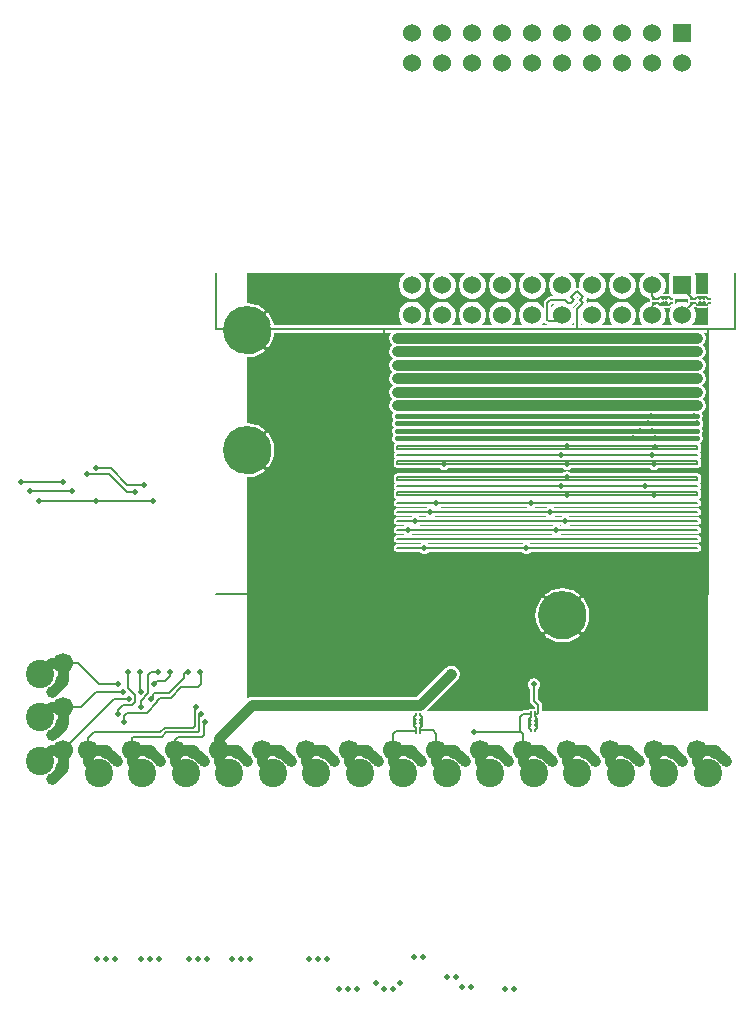
<source format=gbr>
G04 start of page 4 for group 2 idx 13 *
G04 Title: (unknown), jump *
G04 Creator: pcb 4.2.0 *
G04 CreationDate: Thu Sep 17 07:54:02 2020 UTC *
G04 For: commonadmin *
G04 Format: Gerber/RS-274X *
G04 PCB-Dimensions (mil): 3500.00 4250.00 *
G04 PCB-Coordinate-Origin: lower left *
%MOIN*%
%FSLAX25Y25*%
%LNBOTTOM*%
%ADD49C,0.0380*%
%ADD48C,0.0295*%
%ADD47C,0.0492*%
%ADD46C,0.0787*%
%ADD45C,0.0197*%
%ADD44C,0.0100*%
%ADD43C,0.1181*%
%ADD42C,0.0250*%
%ADD41C,0.1600*%
%ADD40C,0.0600*%
%ADD39C,0.0200*%
%ADD38C,0.0472*%
%ADD37C,0.0669*%
%ADD36C,0.0945*%
%ADD35C,0.0394*%
%ADD34C,0.0350*%
%ADD33C,0.0150*%
%ADD32C,0.0060*%
%ADD31C,0.0001*%
G54D31*G36*
X242583Y192539D02*X242615Y192453D01*
X242803Y191766D01*
X242929Y191065D01*
X242992Y190356D01*
Y189644D01*
X242929Y188935D01*
X242803Y188234D01*
X242615Y187547D01*
X242583Y187461D01*
Y192539D01*
G37*
G36*
X280831Y242500D02*X280922Y242578D01*
X281055Y242734D01*
X281162Y242908D01*
X281240Y243097D01*
X281288Y243296D01*
X281304Y243500D01*
X281288Y243704D01*
X281240Y243903D01*
X281162Y244092D01*
X281055Y244266D01*
X280922Y244422D01*
X280831Y244500D01*
X280922Y244578D01*
X281055Y244734D01*
X281162Y244908D01*
X281240Y245097D01*
X281288Y245296D01*
X281304Y245500D01*
X281300Y245551D01*
Y246449D01*
X281304Y246500D01*
X281288Y246704D01*
X281240Y246903D01*
X281162Y247092D01*
X281055Y247266D01*
X280922Y247422D01*
X280860Y247475D01*
X281032Y247580D01*
X281241Y247759D01*
X281420Y247968D01*
X281564Y248203D01*
X281669Y248458D01*
X281734Y248725D01*
X281755Y249000D01*
X281734Y249275D01*
X281669Y249542D01*
X281564Y249797D01*
X281420Y250032D01*
X281241Y250241D01*
X281231Y250250D01*
X281241Y250259D01*
X281420Y250468D01*
X281564Y250703D01*
X281669Y250958D01*
X281734Y251225D01*
X281755Y251500D01*
X281734Y251775D01*
X281669Y252042D01*
X281564Y252297D01*
X281420Y252532D01*
X281395Y252561D01*
X281419Y252581D01*
X281623Y252821D01*
X281788Y253089D01*
X281908Y253380D01*
X281981Y253686D01*
X282000Y254000D01*
X281981Y254314D01*
X281908Y254620D01*
X281788Y254911D01*
X281623Y255179D01*
X281419Y255419D01*
X281395Y255439D01*
X281420Y255468D01*
X281564Y255703D01*
X281669Y255958D01*
X281734Y256225D01*
X281755Y256500D01*
X281734Y256775D01*
X281669Y257042D01*
X281564Y257297D01*
X281420Y257532D01*
X281357Y257606D01*
X281621Y257768D01*
X281951Y258049D01*
X282232Y258379D01*
X282458Y258748D01*
X282623Y259148D01*
X282725Y259568D01*
X282758Y260000D01*
X282725Y260432D01*
X282623Y260852D01*
X282458Y261252D01*
X282232Y261621D01*
X281951Y261951D01*
X281621Y262232D01*
X281591Y262250D01*
X281621Y262268D01*
X281951Y262549D01*
X282232Y262879D01*
X282458Y263248D01*
X282623Y263648D01*
X282725Y264068D01*
X282758Y264500D01*
X282725Y264932D01*
X282623Y265352D01*
X282458Y265752D01*
X282232Y266121D01*
X281951Y266451D01*
X281621Y266732D01*
X281591Y266750D01*
X281621Y266768D01*
X281951Y267049D01*
X282232Y267379D01*
X282458Y267748D01*
X282623Y268148D01*
X282725Y268568D01*
X282758Y269000D01*
X282725Y269432D01*
X282623Y269852D01*
X282458Y270252D01*
X282232Y270621D01*
X281951Y270951D01*
X281621Y271232D01*
X281591Y271250D01*
X281621Y271268D01*
X281951Y271549D01*
X282232Y271879D01*
X282458Y272248D01*
X282623Y272648D01*
X282725Y273068D01*
X282758Y273500D01*
X282725Y273932D01*
X282623Y274352D01*
X282458Y274752D01*
X282232Y275121D01*
X281951Y275451D01*
X281621Y275732D01*
X281591Y275750D01*
X281621Y275768D01*
X281951Y276049D01*
X282232Y276379D01*
X282458Y276748D01*
X282623Y277148D01*
X282725Y277568D01*
X282758Y278000D01*
X282725Y278432D01*
X282623Y278852D01*
X282458Y279252D01*
X282232Y279621D01*
X281951Y279951D01*
X281621Y280232D01*
X281591Y280250D01*
X281621Y280268D01*
X281951Y280549D01*
X282232Y280879D01*
X282458Y281248D01*
X282623Y281648D01*
X282725Y282068D01*
X282758Y282500D01*
X282725Y282932D01*
X282623Y283352D01*
X282458Y283752D01*
X282232Y284121D01*
X282165Y284200D01*
X283500D01*
Y158000D01*
X242583D01*
Y185141D01*
X242950Y185763D01*
X243295Y186486D01*
X243575Y187238D01*
X243787Y188011D01*
X243929Y188800D01*
X244000Y189599D01*
Y190401D01*
X243929Y191200D01*
X243787Y191989D01*
X243575Y192762D01*
X243295Y193514D01*
X242950Y194237D01*
X242583Y194859D01*
Y211200D01*
X280000D01*
X280204Y211212D01*
X280403Y211260D01*
X280592Y211338D01*
X280766Y211445D01*
X280922Y211578D01*
X281055Y211734D01*
X281162Y211908D01*
X281240Y212097D01*
X281288Y212296D01*
X281304Y212500D01*
X281288Y212704D01*
X281240Y212903D01*
X281162Y213092D01*
X281055Y213266D01*
X280922Y213422D01*
X280766Y213555D01*
X280592Y213662D01*
X280403Y213740D01*
X280204Y213788D01*
X280000Y213800D01*
X242583D01*
Y214200D01*
X280000D01*
X280204Y214212D01*
X280403Y214260D01*
X280592Y214338D01*
X280766Y214445D01*
X280922Y214578D01*
X281055Y214734D01*
X281162Y214908D01*
X281240Y215097D01*
X281288Y215296D01*
X281304Y215500D01*
X281288Y215704D01*
X281240Y215903D01*
X281162Y216092D01*
X281055Y216266D01*
X280922Y216422D01*
X280766Y216555D01*
X280592Y216662D01*
X280403Y216740D01*
X280204Y216788D01*
X280000Y216800D01*
X242583D01*
Y217200D01*
X280000D01*
X280204Y217212D01*
X280403Y217260D01*
X280592Y217338D01*
X280766Y217445D01*
X280922Y217578D01*
X281055Y217734D01*
X281162Y217908D01*
X281240Y218097D01*
X281288Y218296D01*
X281304Y218500D01*
X281288Y218704D01*
X281240Y218903D01*
X281162Y219092D01*
X281055Y219266D01*
X280922Y219422D01*
X280766Y219555D01*
X280592Y219662D01*
X280403Y219740D01*
X280204Y219788D01*
X280000Y219800D01*
X242583D01*
Y220200D01*
X280000D01*
X280204Y220212D01*
X280403Y220260D01*
X280592Y220338D01*
X280766Y220445D01*
X280922Y220578D01*
X281055Y220734D01*
X281162Y220908D01*
X281240Y221097D01*
X281288Y221296D01*
X281304Y221500D01*
X281288Y221704D01*
X281240Y221903D01*
X281162Y222092D01*
X281055Y222266D01*
X280922Y222422D01*
X280766Y222555D01*
X280592Y222662D01*
X280403Y222740D01*
X280204Y222788D01*
X280000Y222800D01*
X242583D01*
Y223200D01*
X280000D01*
X280204Y223212D01*
X280403Y223260D01*
X280592Y223338D01*
X280766Y223445D01*
X280922Y223578D01*
X281055Y223734D01*
X281162Y223908D01*
X281240Y224097D01*
X281288Y224296D01*
X281304Y224500D01*
X281288Y224704D01*
X281240Y224903D01*
X281162Y225092D01*
X281055Y225266D01*
X280922Y225422D01*
X280766Y225555D01*
X280592Y225662D01*
X280403Y225740D01*
X280204Y225788D01*
X280000Y225800D01*
X242583D01*
Y226200D01*
X280000D01*
X280204Y226212D01*
X280403Y226260D01*
X280592Y226338D01*
X280766Y226445D01*
X280922Y226578D01*
X281055Y226734D01*
X281162Y226908D01*
X281240Y227097D01*
X281288Y227296D01*
X281304Y227500D01*
X281288Y227704D01*
X281240Y227903D01*
X281162Y228092D01*
X281055Y228266D01*
X280922Y228422D01*
X280766Y228555D01*
X280592Y228662D01*
X280403Y228740D01*
X280362Y228750D01*
X280403Y228760D01*
X280592Y228838D01*
X280766Y228945D01*
X280922Y229078D01*
X281055Y229234D01*
X281162Y229408D01*
X281240Y229597D01*
X281288Y229796D01*
X281304Y230000D01*
X281300Y230051D01*
Y230949D01*
X281304Y231000D01*
X281288Y231204D01*
X281240Y231403D01*
X281162Y231592D01*
X281055Y231766D01*
X280922Y231922D01*
X280831Y232000D01*
X280922Y232078D01*
X281055Y232234D01*
X281162Y232408D01*
X281240Y232597D01*
X281288Y232796D01*
X281304Y233000D01*
X281288Y233204D01*
X281240Y233403D01*
X281162Y233592D01*
X281055Y233766D01*
X280922Y233922D01*
X280831Y234000D01*
X280922Y234078D01*
X281055Y234234D01*
X281162Y234408D01*
X281240Y234597D01*
X281288Y234796D01*
X281304Y235000D01*
X281300Y235051D01*
Y235949D01*
X281304Y236000D01*
X281288Y236204D01*
X281240Y236403D01*
X281162Y236592D01*
X281055Y236766D01*
X280922Y236922D01*
X280766Y237055D01*
X280592Y237162D01*
X280403Y237240D01*
X280204Y237288D01*
X280000Y237304D01*
X279949Y237300D01*
X242583D01*
Y239200D01*
X263980D01*
X264081Y239081D01*
X264321Y238877D01*
X264589Y238712D01*
X264880Y238592D01*
X265186Y238519D01*
X265500Y238494D01*
X265814Y238519D01*
X266120Y238592D01*
X266411Y238712D01*
X266679Y238877D01*
X266919Y239081D01*
X267020Y239200D01*
X279949D01*
X280000Y239196D01*
X280204Y239212D01*
X280403Y239260D01*
X280592Y239338D01*
X280766Y239445D01*
X280922Y239578D01*
X281055Y239734D01*
X281162Y239908D01*
X281240Y240097D01*
X281288Y240296D01*
X281304Y240500D01*
X281300Y240551D01*
Y241449D01*
X281304Y241500D01*
X281288Y241704D01*
X281240Y241903D01*
X281162Y242092D01*
X281055Y242266D01*
X280922Y242422D01*
X280831Y242500D01*
G37*
G36*
X242583Y237300D02*X238020D01*
X237919Y237419D01*
X237679Y237623D01*
X237411Y237788D01*
X237120Y237908D01*
X236814Y237981D01*
X236500Y238006D01*
X236186Y237981D01*
X235880Y237908D01*
X235589Y237788D01*
X235321Y237623D01*
X235081Y237419D01*
X234980Y237300D01*
X230000D01*
Y239200D01*
X234980D01*
X235081Y239081D01*
X235321Y238877D01*
X235589Y238712D01*
X235880Y238592D01*
X236186Y238519D01*
X236500Y238494D01*
X236814Y238519D01*
X237120Y238592D01*
X237411Y238712D01*
X237679Y238877D01*
X237919Y239081D01*
X238020Y239200D01*
X242583D01*
Y237300D01*
G37*
G36*
Y225800D02*X232520D01*
X232419Y225919D01*
X232179Y226123D01*
X232054Y226200D01*
X242583D01*
Y225800D01*
G37*
G36*
Y222800D02*X237520D01*
X237419Y222919D01*
X237179Y223123D01*
X237054Y223200D01*
X242583D01*
Y222800D01*
G37*
G36*
Y219800D02*X237054D01*
X237179Y219877D01*
X237419Y220081D01*
X237520Y220200D01*
X242583D01*
Y219800D01*
G37*
G36*
Y216800D02*X234054D01*
X234179Y216877D01*
X234419Y217081D01*
X234520Y217200D01*
X242583D01*
Y216800D01*
G37*
G36*
Y213800D02*X230000D01*
Y214200D01*
X242583D01*
Y213800D01*
G37*
G36*
Y158000D02*X230000D01*
Y182511D01*
X230073Y182458D01*
X230763Y182050D01*
X231486Y181705D01*
X232238Y181425D01*
X233011Y181213D01*
X233800Y181071D01*
X234599Y181000D01*
X235401D01*
X236200Y181071D01*
X236989Y181213D01*
X237762Y181425D01*
X238514Y181705D01*
X239237Y182050D01*
X239927Y182458D01*
X240579Y182926D01*
X240638Y182980D01*
X240687Y183043D01*
X240726Y183112D01*
X240754Y183187D01*
X240769Y183266D01*
X240772Y183346D01*
X240763Y183425D01*
X240741Y183502D01*
X240708Y183575D01*
X240663Y183641D01*
X240609Y183700D01*
X240546Y183749D01*
X240477Y183788D01*
X240402Y183816D01*
X240323Y183832D01*
X240243Y183835D01*
X240164Y183825D01*
X240087Y183804D01*
X240014Y183770D01*
X239949Y183724D01*
X239376Y183303D01*
X238763Y182940D01*
X238120Y182634D01*
X237453Y182385D01*
X236766Y182197D01*
X236065Y182071D01*
X235356Y182008D01*
X234644D01*
X233935Y182071D01*
X233234Y182197D01*
X232547Y182385D01*
X231880Y182634D01*
X231237Y182940D01*
X230624Y183303D01*
X230046Y183718D01*
X230000Y183750D01*
Y196240D01*
X230051Y196276D01*
X230624Y196697D01*
X231237Y197060D01*
X231880Y197366D01*
X232547Y197615D01*
X233234Y197803D01*
X233935Y197929D01*
X234644Y197992D01*
X235356D01*
X236065Y197929D01*
X236766Y197803D01*
X237453Y197615D01*
X238120Y197366D01*
X238763Y197060D01*
X239376Y196697D01*
X239954Y196282D01*
X240018Y196237D01*
X240090Y196204D01*
X240165Y196182D01*
X240244Y196173D01*
X240322Y196176D01*
X240399Y196192D01*
X240473Y196219D01*
X240542Y196257D01*
X240604Y196306D01*
X240657Y196364D01*
X240701Y196429D01*
X240734Y196501D01*
X240755Y196576D01*
X240765Y196655D01*
X240761Y196733D01*
X240746Y196810D01*
X240719Y196884D01*
X240680Y196953D01*
X240632Y197015D01*
X240573Y197067D01*
X239927Y197542D01*
X239237Y197950D01*
X238514Y198295D01*
X237762Y198575D01*
X236989Y198787D01*
X236200Y198929D01*
X235401Y199000D01*
X234599D01*
X233800Y198929D01*
X233011Y198787D01*
X232238Y198575D01*
X231486Y198295D01*
X230763Y197950D01*
X230073Y197542D01*
X230000Y197490D01*
Y211200D01*
X242583D01*
Y194859D01*
X242542Y194927D01*
X242074Y195579D01*
X242020Y195638D01*
X241957Y195687D01*
X241888Y195726D01*
X241813Y195754D01*
X241734Y195769D01*
X241654Y195772D01*
X241575Y195763D01*
X241498Y195741D01*
X241425Y195708D01*
X241359Y195663D01*
X241300Y195609D01*
X241251Y195546D01*
X241212Y195477D01*
X241184Y195402D01*
X241168Y195323D01*
X241165Y195243D01*
X241175Y195164D01*
X241196Y195087D01*
X241230Y195014D01*
X241276Y194949D01*
X241697Y194376D01*
X242060Y193763D01*
X242366Y193120D01*
X242583Y192539D01*
Y187461D01*
X242366Y186880D01*
X242060Y186237D01*
X241697Y185624D01*
X241282Y185046D01*
X241237Y184982D01*
X241204Y184910D01*
X241182Y184835D01*
X241173Y184756D01*
X241176Y184678D01*
X241192Y184601D01*
X241219Y184527D01*
X241257Y184458D01*
X241306Y184396D01*
X241364Y184343D01*
X241429Y184299D01*
X241501Y184266D01*
X241576Y184245D01*
X241655Y184235D01*
X241733Y184239D01*
X241810Y184254D01*
X241884Y184281D01*
X241953Y184320D01*
X242015Y184368D01*
X242067Y184427D01*
X242542Y185073D01*
X242583Y185141D01*
Y158000D01*
G37*
G36*
X230000Y213800D02*X224520D01*
X224419Y213919D01*
X224179Y214123D01*
X224054Y214200D01*
X230000D01*
Y213800D01*
G37*
G36*
X227417Y239200D02*X230000D01*
Y237300D01*
X227417D01*
Y239200D01*
G37*
G36*
X230000Y158000D02*X228300D01*
Y159949D01*
X228304Y160000D01*
X228288Y160204D01*
X228288Y160204D01*
X228252Y160355D01*
X228240Y160403D01*
X228208Y160481D01*
X228162Y160592D01*
X228120Y160660D01*
X228055Y160766D01*
X228055Y160767D01*
X227922Y160922D01*
X227883Y160955D01*
X227417Y161421D01*
Y166419D01*
X227481Y166686D01*
X227500Y167000D01*
X227481Y167314D01*
X227417Y167581D01*
Y185141D01*
X227458Y185073D01*
X227926Y184421D01*
X227980Y184362D01*
X228043Y184313D01*
X228112Y184274D01*
X228187Y184246D01*
X228266Y184231D01*
X228346Y184228D01*
X228425Y184237D01*
X228502Y184259D01*
X228575Y184292D01*
X228641Y184337D01*
X228700Y184391D01*
X228749Y184454D01*
X228788Y184523D01*
X228816Y184598D01*
X228832Y184677D01*
X228835Y184757D01*
X228825Y184836D01*
X228804Y184913D01*
X228770Y184986D01*
X228724Y185051D01*
X228303Y185624D01*
X227940Y186237D01*
X227634Y186880D01*
X227417Y187461D01*
Y192539D01*
X227634Y193120D01*
X227940Y193763D01*
X228303Y194376D01*
X228718Y194954D01*
X228763Y195018D01*
X228796Y195090D01*
X228818Y195165D01*
X228827Y195244D01*
X228824Y195322D01*
X228808Y195399D01*
X228781Y195473D01*
X228743Y195542D01*
X228694Y195604D01*
X228636Y195657D01*
X228571Y195701D01*
X228499Y195734D01*
X228424Y195755D01*
X228345Y195765D01*
X228267Y195761D01*
X228190Y195746D01*
X228116Y195719D01*
X228047Y195680D01*
X227985Y195632D01*
X227933Y195573D01*
X227458Y194927D01*
X227417Y194859D01*
Y211200D01*
X230000D01*
Y197490D01*
X229421Y197074D01*
X229362Y197020D01*
X229313Y196957D01*
X229274Y196888D01*
X229246Y196813D01*
X229231Y196734D01*
X229228Y196654D01*
X229237Y196575D01*
X229259Y196498D01*
X229292Y196425D01*
X229337Y196359D01*
X229391Y196300D01*
X229454Y196251D01*
X229523Y196212D01*
X229598Y196184D01*
X229677Y196168D01*
X229757Y196165D01*
X229836Y196175D01*
X229913Y196196D01*
X229986Y196230D01*
X230000Y196240D01*
Y183750D01*
X229982Y183763D01*
X229910Y183796D01*
X229835Y183818D01*
X229756Y183827D01*
X229678Y183824D01*
X229601Y183808D01*
X229527Y183781D01*
X229458Y183743D01*
X229396Y183694D01*
X229343Y183636D01*
X229299Y183571D01*
X229266Y183499D01*
X229245Y183424D01*
X229235Y183345D01*
X229239Y183267D01*
X229254Y183190D01*
X229281Y183116D01*
X229320Y183047D01*
X229368Y182985D01*
X229427Y182933D01*
X230000Y182511D01*
Y158000D01*
G37*
G36*
X227417Y187461D02*X227385Y187547D01*
X227197Y188234D01*
X227071Y188935D01*
X227008Y189644D01*
Y190356D01*
X227071Y191065D01*
X227197Y191766D01*
X227385Y192453D01*
X227417Y192539D01*
Y187461D01*
G37*
G36*
X137583Y247539D02*X137615Y247453D01*
X137803Y246766D01*
X137929Y246065D01*
X137992Y245356D01*
Y244644D01*
X137929Y243935D01*
X137803Y243234D01*
X137615Y242547D01*
X137583Y242461D01*
Y247539D01*
G37*
G36*
Y284200D02*X137952D01*
X137929Y283935D01*
X137803Y283234D01*
X137615Y282547D01*
X137583Y282461D01*
Y284200D01*
G37*
G36*
X227417Y167581D02*X227408Y167620D01*
X227288Y167911D01*
X227123Y168179D01*
X226919Y168419D01*
X226679Y168623D01*
X226411Y168788D01*
X226120Y168908D01*
X225814Y168981D01*
X225500Y169006D01*
X225186Y168981D01*
X224880Y168908D01*
X224589Y168788D01*
X224321Y168623D01*
X224081Y168419D01*
X223877Y168179D01*
X223712Y167911D01*
X223592Y167620D01*
X223519Y167314D01*
X223494Y167000D01*
X223519Y166686D01*
X223592Y166380D01*
X223712Y166089D01*
X223877Y165821D01*
X224081Y165581D01*
X224200Y165480D01*
Y161551D01*
X224196Y161500D01*
X224212Y161296D01*
X224212Y161296D01*
X224260Y161097D01*
X224338Y160908D01*
X224379Y160842D01*
X224445Y160734D01*
X224445Y160733D01*
X224578Y160578D01*
X224617Y160545D01*
X225700Y159462D01*
Y158796D01*
X225390Y158794D01*
X225283Y158768D01*
X225181Y158726D01*
X225150Y158706D01*
X225119Y158726D01*
X225017Y158768D01*
X224910Y158794D01*
X224800Y158800D01*
X224090Y158794D01*
X223983Y158768D01*
X223881Y158726D01*
X223787Y158668D01*
X223704Y158596D01*
X223632Y158513D01*
X223574Y158419D01*
X223532Y158317D01*
X223528Y158300D01*
X222051D01*
X222000Y158304D01*
X221796Y158288D01*
X221597Y158240D01*
X221408Y158162D01*
X221234Y158055D01*
X221233Y158055D01*
X221169Y158000D01*
X189393D01*
X189451Y158049D01*
X189521Y158132D01*
X199868Y168479D01*
X199951Y168549D01*
X200231Y168878D01*
X200232Y168879D01*
X200458Y169248D01*
X200623Y169648D01*
X200725Y170068D01*
X200758Y170500D01*
X200725Y170932D01*
X200623Y171352D01*
X200458Y171752D01*
X200232Y172121D01*
X199951Y172451D01*
X199621Y172732D01*
X199252Y172958D01*
X198852Y173123D01*
X198432Y173225D01*
X198000Y173258D01*
X197568Y173225D01*
X197148Y173123D01*
X196748Y172958D01*
X196379Y172732D01*
X196378Y172731D01*
X196049Y172451D01*
X195979Y172368D01*
X186361Y162750D01*
X137583D01*
Y240141D01*
X137950Y240763D01*
X138295Y241486D01*
X138575Y242238D01*
X138787Y243011D01*
X138929Y243800D01*
X139000Y244599D01*
Y245401D01*
X138929Y246200D01*
X138787Y246989D01*
X138575Y247762D01*
X138295Y248514D01*
X137950Y249237D01*
X137583Y249859D01*
Y280141D01*
X137950Y280763D01*
X138295Y281486D01*
X138575Y282238D01*
X138787Y283011D01*
X138929Y283800D01*
X138964Y284200D01*
X177835D01*
X177768Y284121D01*
X177542Y283752D01*
X177377Y283352D01*
X177275Y282932D01*
X177242Y282500D01*
X177275Y282068D01*
X177377Y281648D01*
X177542Y281248D01*
X177768Y280879D01*
X178049Y280549D01*
X178379Y280268D01*
X178409Y280250D01*
X178379Y280232D01*
X178049Y279951D01*
X177768Y279621D01*
X177542Y279252D01*
X177377Y278852D01*
X177275Y278432D01*
X177242Y278000D01*
X177275Y277568D01*
X177377Y277148D01*
X177542Y276748D01*
X177768Y276379D01*
X178049Y276049D01*
X178379Y275768D01*
X178409Y275750D01*
X178379Y275732D01*
X178049Y275451D01*
X177768Y275121D01*
X177542Y274752D01*
X177377Y274352D01*
X177275Y273932D01*
X177242Y273500D01*
X177275Y273068D01*
X177377Y272648D01*
X177542Y272248D01*
X177768Y271879D01*
X178049Y271549D01*
X178379Y271268D01*
X178409Y271250D01*
X178379Y271232D01*
X178049Y270951D01*
X177768Y270621D01*
X177542Y270252D01*
X177377Y269852D01*
X177275Y269432D01*
X177242Y269000D01*
X177275Y268568D01*
X177377Y268148D01*
X177542Y267748D01*
X177768Y267379D01*
X178049Y267049D01*
X178379Y266768D01*
X178409Y266750D01*
X178379Y266732D01*
X178049Y266451D01*
X177768Y266121D01*
X177542Y265752D01*
X177377Y265352D01*
X177275Y264932D01*
X177242Y264500D01*
X177275Y264068D01*
X177377Y263648D01*
X177542Y263248D01*
X177768Y262879D01*
X178049Y262549D01*
X178379Y262268D01*
X178409Y262250D01*
X178379Y262232D01*
X178049Y261951D01*
X177768Y261621D01*
X177542Y261252D01*
X177377Y260852D01*
X177275Y260432D01*
X177242Y260000D01*
X177275Y259568D01*
X177377Y259148D01*
X177542Y258748D01*
X177768Y258379D01*
X178049Y258049D01*
X178379Y257768D01*
X178643Y257606D01*
X178580Y257532D01*
X178436Y257297D01*
X178331Y257042D01*
X178266Y256775D01*
X178245Y256500D01*
X178266Y256225D01*
X178331Y255958D01*
X178436Y255703D01*
X178580Y255468D01*
X178759Y255259D01*
X178769Y255250D01*
X178759Y255241D01*
X178580Y255032D01*
X178436Y254797D01*
X178331Y254542D01*
X178266Y254275D01*
X178245Y254000D01*
X178266Y253725D01*
X178331Y253458D01*
X178436Y253203D01*
X178580Y252968D01*
X178759Y252759D01*
X178769Y252750D01*
X178759Y252741D01*
X178580Y252532D01*
X178436Y252297D01*
X178331Y252042D01*
X178266Y251775D01*
X178245Y251500D01*
X178266Y251225D01*
X178331Y250958D01*
X178436Y250703D01*
X178580Y250468D01*
X178759Y250259D01*
X178769Y250250D01*
X178759Y250241D01*
X178580Y250032D01*
X178436Y249797D01*
X178331Y249542D01*
X178266Y249275D01*
X178245Y249000D01*
X178266Y248725D01*
X178331Y248458D01*
X178436Y248203D01*
X178580Y247968D01*
X178759Y247759D01*
X178968Y247580D01*
X179140Y247475D01*
X179078Y247422D01*
X178945Y247266D01*
X178838Y247092D01*
X178760Y246903D01*
X178712Y246704D01*
X178696Y246500D01*
X178700Y246449D01*
Y245551D01*
X178696Y245500D01*
X178712Y245296D01*
X178760Y245097D01*
X178838Y244908D01*
X178945Y244734D01*
X179078Y244578D01*
X179169Y244500D01*
X179078Y244422D01*
X178945Y244266D01*
X178838Y244092D01*
X178760Y243903D01*
X178712Y243704D01*
X178696Y243500D01*
X178712Y243296D01*
X178760Y243097D01*
X178838Y242908D01*
X178945Y242734D01*
X179078Y242578D01*
X179169Y242500D01*
X179078Y242422D01*
X178945Y242266D01*
X178838Y242092D01*
X178760Y241903D01*
X178712Y241704D01*
X178696Y241500D01*
X178700Y241449D01*
Y240551D01*
X178696Y240500D01*
X178712Y240296D01*
X178760Y240097D01*
X178838Y239908D01*
X178945Y239734D01*
X179078Y239578D01*
X179234Y239445D01*
X179408Y239338D01*
X179597Y239260D01*
X179796Y239212D01*
X180000Y239196D01*
X180051Y239200D01*
X193980D01*
X194081Y239081D01*
X194321Y238877D01*
X194589Y238712D01*
X194880Y238592D01*
X195186Y238519D01*
X195500Y238494D01*
X195814Y238519D01*
X196120Y238592D01*
X196411Y238712D01*
X196679Y238877D01*
X196919Y239081D01*
X197020Y239200D01*
X227417D01*
Y237300D01*
X180051D01*
X180000Y237304D01*
X179796Y237288D01*
X179597Y237240D01*
X179408Y237162D01*
X179234Y237055D01*
X179078Y236922D01*
X178945Y236766D01*
X178838Y236592D01*
X178760Y236403D01*
X178712Y236204D01*
X178696Y236000D01*
X178700Y235949D01*
Y235051D01*
X178696Y235000D01*
X178712Y234796D01*
X178760Y234597D01*
X178838Y234408D01*
X178945Y234234D01*
X179078Y234078D01*
X179169Y234000D01*
X179078Y233922D01*
X178945Y233766D01*
X178838Y233592D01*
X178760Y233403D01*
X178712Y233204D01*
X178696Y233000D01*
X178712Y232796D01*
X178760Y232597D01*
X178838Y232408D01*
X178945Y232234D01*
X179078Y232078D01*
X179169Y232000D01*
X179078Y231922D01*
X178945Y231766D01*
X178838Y231592D01*
X178760Y231403D01*
X178712Y231204D01*
X178696Y231000D01*
X178700Y230949D01*
Y230051D01*
X178696Y230000D01*
X178712Y229796D01*
X178760Y229597D01*
X178838Y229408D01*
X178945Y229234D01*
X179078Y229078D01*
X179234Y228945D01*
X179408Y228838D01*
X179597Y228760D01*
X179638Y228750D01*
X179597Y228740D01*
X179408Y228662D01*
X179234Y228555D01*
X179078Y228422D01*
X178945Y228266D01*
X178838Y228092D01*
X178760Y227903D01*
X178712Y227704D01*
X178696Y227500D01*
X178712Y227296D01*
X178760Y227097D01*
X178838Y226908D01*
X178945Y226734D01*
X179078Y226578D01*
X179234Y226445D01*
X179408Y226338D01*
X179597Y226260D01*
X179796Y226212D01*
X180000Y226200D01*
X189946D01*
X189821Y226123D01*
X189581Y225919D01*
X189480Y225800D01*
X180000D01*
X179796Y225788D01*
X179597Y225740D01*
X179408Y225662D01*
X179234Y225555D01*
X179078Y225422D01*
X178945Y225266D01*
X178838Y225092D01*
X178760Y224903D01*
X178712Y224704D01*
X178696Y224500D01*
X178712Y224296D01*
X178760Y224097D01*
X178838Y223908D01*
X178945Y223734D01*
X179078Y223578D01*
X179234Y223445D01*
X179408Y223338D01*
X179597Y223260D01*
X179796Y223212D01*
X180000Y223200D01*
X184946D01*
X184821Y223123D01*
X184581Y222919D01*
X184480Y222800D01*
X180000D01*
X179796Y222788D01*
X179597Y222740D01*
X179408Y222662D01*
X179234Y222555D01*
X179078Y222422D01*
X178945Y222266D01*
X178838Y222092D01*
X178760Y221903D01*
X178712Y221704D01*
X178696Y221500D01*
X178712Y221296D01*
X178760Y221097D01*
X178838Y220908D01*
X178945Y220734D01*
X179078Y220578D01*
X179234Y220445D01*
X179408Y220338D01*
X179597Y220260D01*
X179796Y220212D01*
X180000Y220200D01*
X182446D01*
X182321Y220123D01*
X182081Y219919D01*
X181980Y219800D01*
X180000D01*
X179796Y219788D01*
X179597Y219740D01*
X179408Y219662D01*
X179234Y219555D01*
X179078Y219422D01*
X178945Y219266D01*
X178838Y219092D01*
X178760Y218903D01*
X178712Y218704D01*
X178696Y218500D01*
X178712Y218296D01*
X178760Y218097D01*
X178838Y217908D01*
X178945Y217734D01*
X179078Y217578D01*
X179234Y217445D01*
X179408Y217338D01*
X179597Y217260D01*
X179796Y217212D01*
X180000Y217200D01*
X181980D01*
X182081Y217081D01*
X182321Y216877D01*
X182446Y216800D01*
X180000D01*
X179796Y216788D01*
X179597Y216740D01*
X179408Y216662D01*
X179234Y216555D01*
X179078Y216422D01*
X178945Y216266D01*
X178838Y216092D01*
X178760Y215903D01*
X178712Y215704D01*
X178696Y215500D01*
X178712Y215296D01*
X178760Y215097D01*
X178838Y214908D01*
X178945Y214734D01*
X179078Y214578D01*
X179234Y214445D01*
X179408Y214338D01*
X179597Y214260D01*
X179796Y214212D01*
X180000Y214200D01*
X187946D01*
X187821Y214123D01*
X187581Y213919D01*
X187480Y213800D01*
X180000D01*
X179796Y213788D01*
X179597Y213740D01*
X179408Y213662D01*
X179234Y213555D01*
X179078Y213422D01*
X178945Y213266D01*
X178838Y213092D01*
X178760Y212903D01*
X178712Y212704D01*
X178696Y212500D01*
X178712Y212296D01*
X178760Y212097D01*
X178838Y211908D01*
X178945Y211734D01*
X179078Y211578D01*
X179234Y211445D01*
X179408Y211338D01*
X179597Y211260D01*
X179796Y211212D01*
X180000Y211200D01*
X187480D01*
X187581Y211081D01*
X187821Y210877D01*
X188089Y210712D01*
X188380Y210592D01*
X188686Y210519D01*
X189000Y210494D01*
X189314Y210519D01*
X189620Y210592D01*
X189911Y210712D01*
X190179Y210877D01*
X190419Y211081D01*
X190520Y211200D01*
X221480D01*
X221581Y211081D01*
X221821Y210877D01*
X222089Y210712D01*
X222380Y210592D01*
X222686Y210519D01*
X223000Y210494D01*
X223314Y210519D01*
X223620Y210592D01*
X223911Y210712D01*
X224179Y210877D01*
X224419Y211081D01*
X224520Y211200D01*
X227417D01*
Y194859D01*
X227050Y194237D01*
X226705Y193514D01*
X226425Y192762D01*
X226213Y191989D01*
X226071Y191200D01*
X226000Y190401D01*
Y189599D01*
X226071Y188800D01*
X226213Y188011D01*
X226425Y187238D01*
X226705Y186486D01*
X227050Y185763D01*
X227417Y185141D01*
Y167581D01*
G37*
G36*
X137583Y162750D02*X131608D01*
X131500Y162758D01*
X131068Y162725D01*
X130648Y162623D01*
X130248Y162458D01*
X130000Y162306D01*
Y236000D01*
X130401D01*
X131200Y236071D01*
X131989Y236213D01*
X132762Y236425D01*
X133514Y236705D01*
X134237Y237050D01*
X134927Y237458D01*
X135579Y237926D01*
X135638Y237980D01*
X135687Y238043D01*
X135726Y238112D01*
X135754Y238187D01*
X135769Y238266D01*
X135772Y238346D01*
X135763Y238425D01*
X135741Y238502D01*
X135708Y238575D01*
X135663Y238641D01*
X135609Y238700D01*
X135546Y238749D01*
X135477Y238788D01*
X135402Y238816D01*
X135323Y238832D01*
X135243Y238835D01*
X135164Y238825D01*
X135087Y238804D01*
X135014Y238770D01*
X134949Y238724D01*
X134376Y238303D01*
X133763Y237940D01*
X133120Y237634D01*
X132453Y237385D01*
X131766Y237197D01*
X131065Y237071D01*
X130356Y237008D01*
X130000D01*
Y252992D01*
X130356D01*
X131065Y252929D01*
X131766Y252803D01*
X132453Y252615D01*
X133120Y252366D01*
X133763Y252060D01*
X134376Y251697D01*
X134954Y251282D01*
X135018Y251237D01*
X135090Y251204D01*
X135165Y251182D01*
X135244Y251173D01*
X135322Y251176D01*
X135399Y251192D01*
X135473Y251219D01*
X135542Y251257D01*
X135604Y251306D01*
X135657Y251364D01*
X135701Y251429D01*
X135734Y251501D01*
X135755Y251576D01*
X135765Y251655D01*
X135761Y251733D01*
X135746Y251810D01*
X135719Y251884D01*
X135680Y251953D01*
X135632Y252015D01*
X135573Y252067D01*
X134927Y252542D01*
X134237Y252950D01*
X133514Y253295D01*
X132762Y253575D01*
X131989Y253787D01*
X131200Y253929D01*
X130401Y254000D01*
X130000D01*
Y276000D01*
X130401D01*
X131200Y276071D01*
X131989Y276213D01*
X132762Y276425D01*
X133514Y276705D01*
X134237Y277050D01*
X134927Y277458D01*
X135579Y277926D01*
X135638Y277980D01*
X135687Y278043D01*
X135726Y278112D01*
X135754Y278187D01*
X135769Y278266D01*
X135772Y278346D01*
X135763Y278425D01*
X135741Y278502D01*
X135708Y278575D01*
X135663Y278641D01*
X135609Y278700D01*
X135546Y278749D01*
X135477Y278788D01*
X135402Y278816D01*
X135323Y278832D01*
X135243Y278835D01*
X135164Y278825D01*
X135087Y278804D01*
X135014Y278770D01*
X134949Y278724D01*
X134376Y278303D01*
X133763Y277940D01*
X133120Y277634D01*
X132453Y277385D01*
X131766Y277197D01*
X131065Y277071D01*
X130356Y277008D01*
X130000D01*
Y284200D01*
X137583D01*
Y282461D01*
X137366Y281880D01*
X137060Y281237D01*
X136697Y280624D01*
X136282Y280046D01*
X136237Y279982D01*
X136204Y279910D01*
X136182Y279835D01*
X136173Y279756D01*
X136176Y279678D01*
X136192Y279601D01*
X136219Y279527D01*
X136257Y279458D01*
X136306Y279396D01*
X136364Y279343D01*
X136429Y279299D01*
X136501Y279266D01*
X136576Y279245D01*
X136655Y279235D01*
X136733Y279239D01*
X136810Y279254D01*
X136884Y279281D01*
X136953Y279320D01*
X137015Y279368D01*
X137067Y279427D01*
X137542Y280073D01*
X137583Y280141D01*
Y249859D01*
X137542Y249927D01*
X137074Y250579D01*
X137020Y250638D01*
X136957Y250687D01*
X136888Y250726D01*
X136813Y250754D01*
X136734Y250769D01*
X136654Y250772D01*
X136575Y250763D01*
X136498Y250741D01*
X136425Y250708D01*
X136359Y250663D01*
X136300Y250609D01*
X136251Y250546D01*
X136212Y250477D01*
X136184Y250402D01*
X136168Y250323D01*
X136165Y250243D01*
X136175Y250164D01*
X136196Y250087D01*
X136230Y250014D01*
X136276Y249949D01*
X136697Y249376D01*
X137060Y248763D01*
X137366Y248120D01*
X137583Y247539D01*
Y242461D01*
X137366Y241880D01*
X137060Y241237D01*
X136697Y240624D01*
X136282Y240046D01*
X136237Y239982D01*
X136204Y239910D01*
X136182Y239835D01*
X136173Y239756D01*
X136176Y239678D01*
X136192Y239601D01*
X136219Y239527D01*
X136257Y239458D01*
X136306Y239396D01*
X136364Y239343D01*
X136429Y239299D01*
X136501Y239266D01*
X136576Y239245D01*
X136655Y239235D01*
X136733Y239239D01*
X136810Y239254D01*
X136884Y239281D01*
X136953Y239320D01*
X137015Y239368D01*
X137067Y239427D01*
X137542Y240073D01*
X137583Y240141D01*
Y162750D01*
G37*
G36*
X227417Y161421D02*X226800Y162038D01*
Y165480D01*
X226919Y165581D01*
X227123Y165821D01*
X227288Y166089D01*
X227408Y166380D01*
X227417Y166419D01*
Y161421D01*
G37*
G36*
X238700Y286800D02*X238182D01*
X238192Y286808D01*
X238652Y287347D01*
X238700Y287425D01*
Y286800D01*
G37*
G36*
X231300Y292575D02*Y293462D01*
X231538Y293700D01*
X232425D01*
X232347Y293652D01*
X231808Y293192D01*
X231348Y292653D01*
X231300Y292575D01*
G37*
G36*
X238520Y292808D02*X238592Y292838D01*
X238766Y292945D01*
X238922Y293078D01*
X238955Y293117D01*
X239883Y294045D01*
X239922Y294078D01*
X240000Y294169D01*
X240078Y294078D01*
X240117Y294045D01*
X240162Y294000D01*
X239117Y292955D01*
X239078Y292922D01*
X238945Y292766D01*
X238838Y292592D01*
X238778Y292447D01*
X238652Y292653D01*
X238520Y292808D01*
G37*
G36*
X264061Y295598D02*X264078Y295578D01*
X264117Y295545D01*
X264254Y295408D01*
X264256Y295090D01*
X264282Y294983D01*
X264324Y294881D01*
X264344Y294850D01*
X264324Y294819D01*
X264282Y294717D01*
X264256Y294610D01*
X264250Y294500D01*
X264250Y294448D01*
X263605Y294293D01*
X262951Y294022D01*
X262347Y293652D01*
X261808Y293192D01*
X261348Y292653D01*
X260978Y292049D01*
X260707Y291395D01*
X260542Y290706D01*
X260486Y290000D01*
X260542Y289294D01*
X260707Y288605D01*
X260978Y287951D01*
X261348Y287347D01*
X261808Y286808D01*
X261818Y286800D01*
X258182D01*
X258192Y286808D01*
X258652Y287347D01*
X259022Y287951D01*
X259293Y288605D01*
X259458Y289294D01*
X259500Y290000D01*
X259458Y290706D01*
X259293Y291395D01*
X259022Y292049D01*
X258652Y292653D01*
X258192Y293192D01*
X257653Y293652D01*
X257049Y294022D01*
X256395Y294293D01*
X255706Y294458D01*
X255000Y294514D01*
X254294Y294458D01*
X253605Y294293D01*
X252951Y294022D01*
X252347Y293652D01*
X251808Y293192D01*
X251348Y292653D01*
X250978Y292049D01*
X250707Y291395D01*
X250542Y290706D01*
X250486Y290000D01*
X250542Y289294D01*
X250707Y288605D01*
X250978Y287951D01*
X251348Y287347D01*
X251808Y286808D01*
X251818Y286800D01*
X248182D01*
X248192Y286808D01*
X248652Y287347D01*
X249022Y287951D01*
X249293Y288605D01*
X249458Y289294D01*
X249500Y290000D01*
X249458Y290706D01*
X249293Y291395D01*
X249022Y292049D01*
X248652Y292653D01*
X248192Y293192D01*
X247653Y293652D01*
X247049Y294022D01*
X246395Y294293D01*
X245706Y294458D01*
X245000Y294514D01*
X244294Y294458D01*
X243605Y294293D01*
X243291Y294163D01*
X243288Y294204D01*
X243240Y294403D01*
X243162Y294592D01*
X243055Y294766D01*
X242922Y294922D01*
X242883Y294955D01*
X242838Y295000D01*
X242883Y295045D01*
X242922Y295078D01*
X243055Y295233D01*
X243055Y295234D01*
X243162Y295408D01*
X243240Y295597D01*
X243288Y295796D01*
X243291Y295837D01*
X243605Y295707D01*
X244294Y295542D01*
X245000Y295486D01*
X245706Y295542D01*
X246395Y295707D01*
X247049Y295978D01*
X247653Y296348D01*
X248192Y296808D01*
X248652Y297347D01*
X249022Y297951D01*
X249293Y298605D01*
X249458Y299294D01*
X249500Y300000D01*
X249458Y300706D01*
X249293Y301395D01*
X249022Y302049D01*
X248652Y302653D01*
X248192Y303192D01*
X247653Y303652D01*
X247085Y304000D01*
X252915D01*
X252347Y303652D01*
X251808Y303192D01*
X251348Y302653D01*
X250978Y302049D01*
X250707Y301395D01*
X250542Y300706D01*
X250486Y300000D01*
X250542Y299294D01*
X250707Y298605D01*
X250978Y297951D01*
X251348Y297347D01*
X251808Y296808D01*
X252347Y296348D01*
X252951Y295978D01*
X253605Y295707D01*
X254294Y295542D01*
X255000Y295486D01*
X255706Y295542D01*
X256395Y295707D01*
X257049Y295978D01*
X257653Y296348D01*
X258192Y296808D01*
X258652Y297347D01*
X259022Y297951D01*
X259293Y298605D01*
X259458Y299294D01*
X259500Y300000D01*
X259458Y300706D01*
X259293Y301395D01*
X259022Y302049D01*
X258652Y302653D01*
X258192Y303192D01*
X257653Y303652D01*
X257085Y304000D01*
X262915D01*
X262347Y303652D01*
X261808Y303192D01*
X261348Y302653D01*
X260978Y302049D01*
X260707Y301395D01*
X260542Y300706D01*
X260486Y300000D01*
X260542Y299294D01*
X260707Y298605D01*
X260978Y297951D01*
X261348Y297347D01*
X261808Y296808D01*
X262347Y296348D01*
X262951Y295978D01*
X263605Y295707D01*
X264061Y295598D01*
G37*
G36*
X268684Y292600D02*X268811D01*
X268850Y292597D01*
X268889Y292600D01*
X269011D01*
X269050Y292597D01*
X269089Y292600D01*
X270211D01*
X270250Y292597D01*
X270289Y292600D01*
X270511D01*
X270550Y292597D01*
X270707Y292609D01*
X270707Y292609D01*
X270860Y292646D01*
X271005Y292706D01*
X271140Y292788D01*
X271259Y292891D01*
X271285Y292921D01*
X271568Y293204D01*
X271824Y293205D01*
X271808Y293192D01*
X271348Y292653D01*
X270978Y292049D01*
X270707Y291395D01*
X270542Y290706D01*
X270486Y290000D01*
X270542Y289294D01*
X270707Y288605D01*
X270978Y287951D01*
X271348Y287347D01*
X271808Y286808D01*
X271818Y286800D01*
X268182D01*
X268192Y286808D01*
X268652Y287347D01*
X269022Y287951D01*
X269293Y288605D01*
X269458Y289294D01*
X269500Y290000D01*
X269458Y290706D01*
X269293Y291395D01*
X269022Y292049D01*
X268684Y292600D01*
G37*
G36*
X272646Y293835D02*X272650Y293900D01*
X272644Y294610D01*
X272618Y294717D01*
X272576Y294819D01*
X272556Y294850D01*
X272576Y294881D01*
X272618Y294983D01*
X272644Y295090D01*
X272650Y295200D01*
X272647Y295501D01*
X276651Y295510D01*
X276754Y295408D01*
X276756Y295090D01*
X276782Y294983D01*
X276824Y294881D01*
X276844Y294850D01*
X276824Y294819D01*
X276782Y294717D01*
X276756Y294610D01*
X276750Y294500D01*
X276752Y294241D01*
X276685Y294173D01*
X276395Y294293D01*
X275706Y294458D01*
X275000Y294514D01*
X274294Y294458D01*
X273605Y294293D01*
X272951Y294022D01*
X272646Y293835D01*
G37*
G36*
X270513Y297198D02*X270450Y297203D01*
X270411Y297200D01*
X270189D01*
X270150Y297203D01*
X270111Y297200D01*
X268989D01*
X268950Y297203D01*
X268911Y297200D01*
X268526D01*
X268652Y297347D01*
X269022Y297951D01*
X269293Y298605D01*
X269458Y299294D01*
X269500Y300000D01*
X269458Y300706D01*
X269293Y301395D01*
X269022Y302049D01*
X268652Y302653D01*
X268192Y303192D01*
X267653Y303652D01*
X267085Y304000D01*
X270881D01*
X270783Y303884D01*
X270659Y303683D01*
X270569Y303465D01*
X270514Y303235D01*
X270500Y303000D01*
X270513Y297198D01*
G37*
G36*
X130000Y304000D02*X182915D01*
X182347Y303652D01*
X181808Y303192D01*
X181348Y302653D01*
X180978Y302049D01*
X180707Y301395D01*
X180542Y300706D01*
X180486Y300000D01*
X180542Y299294D01*
X180707Y298605D01*
X180978Y297951D01*
X181348Y297347D01*
X181808Y296808D01*
X182347Y296348D01*
X182951Y295978D01*
X183605Y295707D01*
X184294Y295542D01*
X185000Y295486D01*
X185706Y295542D01*
X186395Y295707D01*
X187049Y295978D01*
X187653Y296348D01*
X188192Y296808D01*
X188652Y297347D01*
X189022Y297951D01*
X189293Y298605D01*
X189458Y299294D01*
X189500Y300000D01*
X189458Y300706D01*
X189293Y301395D01*
X189022Y302049D01*
X188652Y302653D01*
X188192Y303192D01*
X187653Y303652D01*
X187085Y304000D01*
X192915D01*
X192347Y303652D01*
X191808Y303192D01*
X191348Y302653D01*
X190978Y302049D01*
X190707Y301395D01*
X190542Y300706D01*
X190486Y300000D01*
X190542Y299294D01*
X190707Y298605D01*
X190978Y297951D01*
X191348Y297347D01*
X191808Y296808D01*
X192347Y296348D01*
X192951Y295978D01*
X193605Y295707D01*
X194294Y295542D01*
X195000Y295486D01*
X195706Y295542D01*
X196395Y295707D01*
X197049Y295978D01*
X197653Y296348D01*
X198192Y296808D01*
X198652Y297347D01*
X199022Y297951D01*
X199293Y298605D01*
X199458Y299294D01*
X199500Y300000D01*
X199458Y300706D01*
X199293Y301395D01*
X199022Y302049D01*
X198652Y302653D01*
X198192Y303192D01*
X197653Y303652D01*
X197085Y304000D01*
X202915D01*
X202347Y303652D01*
X201808Y303192D01*
X201348Y302653D01*
X200978Y302049D01*
X200707Y301395D01*
X200542Y300706D01*
X200486Y300000D01*
X200542Y299294D01*
X200707Y298605D01*
X200978Y297951D01*
X201348Y297347D01*
X201808Y296808D01*
X202347Y296348D01*
X202951Y295978D01*
X203605Y295707D01*
X204294Y295542D01*
X205000Y295486D01*
X205706Y295542D01*
X206395Y295707D01*
X207049Y295978D01*
X207653Y296348D01*
X208192Y296808D01*
X208652Y297347D01*
X209022Y297951D01*
X209293Y298605D01*
X209458Y299294D01*
X209500Y300000D01*
X209458Y300706D01*
X209293Y301395D01*
X209022Y302049D01*
X208652Y302653D01*
X208192Y303192D01*
X207653Y303652D01*
X207085Y304000D01*
X212915D01*
X212347Y303652D01*
X211808Y303192D01*
X211348Y302653D01*
X210978Y302049D01*
X210707Y301395D01*
X210542Y300706D01*
X210486Y300000D01*
X210542Y299294D01*
X210707Y298605D01*
X210978Y297951D01*
X211348Y297347D01*
X211808Y296808D01*
X212347Y296348D01*
X212951Y295978D01*
X213605Y295707D01*
X214294Y295542D01*
X215000Y295486D01*
X215706Y295542D01*
X216395Y295707D01*
X217049Y295978D01*
X217653Y296348D01*
X218192Y296808D01*
X218652Y297347D01*
X219022Y297951D01*
X219293Y298605D01*
X219458Y299294D01*
X219500Y300000D01*
X219458Y300706D01*
X219293Y301395D01*
X219022Y302049D01*
X218652Y302653D01*
X218192Y303192D01*
X217653Y303652D01*
X217085Y304000D01*
X222915D01*
X222347Y303652D01*
X221808Y303192D01*
X221348Y302653D01*
X220978Y302049D01*
X220707Y301395D01*
X220542Y300706D01*
X220486Y300000D01*
X220542Y299294D01*
X220707Y298605D01*
X220978Y297951D01*
X221348Y297347D01*
X221808Y296808D01*
X222347Y296348D01*
X222951Y295978D01*
X223605Y295707D01*
X224294Y295542D01*
X225000Y295486D01*
X225706Y295542D01*
X226395Y295707D01*
X227049Y295978D01*
X227653Y296348D01*
X228192Y296808D01*
X228652Y297347D01*
X229022Y297951D01*
X229293Y298605D01*
X229458Y299294D01*
X229500Y300000D01*
X229458Y300706D01*
X229293Y301395D01*
X229022Y302049D01*
X228652Y302653D01*
X228192Y303192D01*
X227653Y303652D01*
X227085Y304000D01*
X232915D01*
X232347Y303652D01*
X231808Y303192D01*
X231348Y302653D01*
X230978Y302049D01*
X230707Y301395D01*
X230542Y300706D01*
X230486Y300000D01*
X230542Y299294D01*
X230707Y298605D01*
X230978Y297951D01*
X231348Y297347D01*
X231808Y296808D01*
X232347Y296348D01*
X232425Y296300D01*
X231051D01*
X231000Y296304D01*
X230796Y296288D01*
X230597Y296240D01*
X230408Y296162D01*
X230234Y296055D01*
X230233Y296055D01*
X230078Y295922D01*
X230045Y295883D01*
X229117Y294955D01*
X229078Y294922D01*
X228945Y294766D01*
X228838Y294592D01*
X228760Y294403D01*
X228712Y294204D01*
X228712Y294204D01*
X228696Y294000D01*
X228700Y293949D01*
Y292575D01*
X228652Y292653D01*
X228192Y293192D01*
X227653Y293652D01*
X227049Y294022D01*
X226395Y294293D01*
X225706Y294458D01*
X225000Y294514D01*
X224294Y294458D01*
X223605Y294293D01*
X222951Y294022D01*
X222347Y293652D01*
X221808Y293192D01*
X221348Y292653D01*
X220978Y292049D01*
X220707Y291395D01*
X220542Y290706D01*
X220486Y290000D01*
X220542Y289294D01*
X220707Y288605D01*
X220978Y287951D01*
X221348Y287347D01*
X221808Y286808D01*
X221818Y286800D01*
X218182D01*
X218192Y286808D01*
X218652Y287347D01*
X219022Y287951D01*
X219293Y288605D01*
X219458Y289294D01*
X219500Y290000D01*
X219458Y290706D01*
X219293Y291395D01*
X219022Y292049D01*
X218652Y292653D01*
X218192Y293192D01*
X217653Y293652D01*
X217049Y294022D01*
X216395Y294293D01*
X215706Y294458D01*
X215000Y294514D01*
X214294Y294458D01*
X213605Y294293D01*
X212951Y294022D01*
X212347Y293652D01*
X211808Y293192D01*
X211348Y292653D01*
X210978Y292049D01*
X210707Y291395D01*
X210542Y290706D01*
X210486Y290000D01*
X210542Y289294D01*
X210707Y288605D01*
X210978Y287951D01*
X211348Y287347D01*
X211808Y286808D01*
X211818Y286800D01*
X208182D01*
X208192Y286808D01*
X208652Y287347D01*
X209022Y287951D01*
X209293Y288605D01*
X209458Y289294D01*
X209500Y290000D01*
X209458Y290706D01*
X209293Y291395D01*
X209022Y292049D01*
X208652Y292653D01*
X208192Y293192D01*
X207653Y293652D01*
X207049Y294022D01*
X206395Y294293D01*
X205706Y294458D01*
X205000Y294514D01*
X204294Y294458D01*
X203605Y294293D01*
X202951Y294022D01*
X202347Y293652D01*
X201808Y293192D01*
X201348Y292653D01*
X200978Y292049D01*
X200707Y291395D01*
X200542Y290706D01*
X200486Y290000D01*
X200542Y289294D01*
X200707Y288605D01*
X200978Y287951D01*
X201348Y287347D01*
X201808Y286808D01*
X201818Y286800D01*
X198182D01*
X198192Y286808D01*
X198652Y287347D01*
X199022Y287951D01*
X199293Y288605D01*
X199458Y289294D01*
X199500Y290000D01*
X199458Y290706D01*
X199293Y291395D01*
X199022Y292049D01*
X198652Y292653D01*
X198192Y293192D01*
X197653Y293652D01*
X197049Y294022D01*
X196395Y294293D01*
X195706Y294458D01*
X195000Y294514D01*
X194294Y294458D01*
X193605Y294293D01*
X192951Y294022D01*
X192347Y293652D01*
X191808Y293192D01*
X191348Y292653D01*
X190978Y292049D01*
X190707Y291395D01*
X190542Y290706D01*
X190486Y290000D01*
X190542Y289294D01*
X190707Y288605D01*
X190978Y287951D01*
X191348Y287347D01*
X191808Y286808D01*
X191818Y286800D01*
X188182D01*
X188192Y286808D01*
X188652Y287347D01*
X189022Y287951D01*
X189293Y288605D01*
X189458Y289294D01*
X189500Y290000D01*
X189458Y290706D01*
X189293Y291395D01*
X189022Y292049D01*
X188652Y292653D01*
X188192Y293192D01*
X187653Y293652D01*
X187049Y294022D01*
X186395Y294293D01*
X185706Y294458D01*
X185000Y294514D01*
X184294Y294458D01*
X183605Y294293D01*
X182951Y294022D01*
X182347Y293652D01*
X181808Y293192D01*
X181348Y292653D01*
X180978Y292049D01*
X180707Y291395D01*
X180542Y290706D01*
X180486Y290000D01*
X180542Y289294D01*
X180707Y288605D01*
X180978Y287951D01*
X181348Y287347D01*
X181808Y286808D01*
X181818Y286800D01*
X138821D01*
X138787Y286989D01*
X138575Y287762D01*
X138295Y288514D01*
X137950Y289237D01*
X137542Y289927D01*
X137074Y290579D01*
X137020Y290638D01*
X136957Y290687D01*
X136888Y290726D01*
X136813Y290754D01*
X136734Y290769D01*
X136654Y290772D01*
X136575Y290763D01*
X136498Y290741D01*
X136425Y290708D01*
X136359Y290663D01*
X136300Y290609D01*
X136251Y290546D01*
X136212Y290477D01*
X136184Y290402D01*
X136168Y290323D01*
X136165Y290243D01*
X136175Y290164D01*
X136196Y290087D01*
X136230Y290014D01*
X136276Y289949D01*
X136697Y289376D01*
X137060Y288763D01*
X137366Y288120D01*
X137615Y287453D01*
X137793Y286800D01*
X130000D01*
Y292992D01*
X130356D01*
X131065Y292929D01*
X131766Y292803D01*
X132453Y292615D01*
X133120Y292366D01*
X133763Y292060D01*
X134376Y291697D01*
X134954Y291282D01*
X135018Y291237D01*
X135090Y291204D01*
X135165Y291182D01*
X135244Y291173D01*
X135322Y291176D01*
X135399Y291192D01*
X135473Y291219D01*
X135542Y291257D01*
X135604Y291306D01*
X135657Y291364D01*
X135701Y291429D01*
X135734Y291501D01*
X135755Y291576D01*
X135765Y291655D01*
X135761Y291733D01*
X135746Y291810D01*
X135719Y291884D01*
X135680Y291953D01*
X135632Y292015D01*
X135573Y292067D01*
X134927Y292542D01*
X134237Y292950D01*
X133514Y293295D01*
X132762Y293575D01*
X131989Y293787D01*
X131200Y293929D01*
X130401Y294000D01*
X130000D01*
Y304000D01*
G37*
G36*
X237085D02*X242915D01*
X242347Y303652D01*
X241808Y303192D01*
X241348Y302653D01*
X240978Y302049D01*
X240707Y301395D01*
X240542Y300706D01*
X240486Y300000D01*
X240542Y299294D01*
X240571Y299170D01*
X240403Y299240D01*
X240204Y299288D01*
X240000Y299304D01*
X239796Y299288D01*
X239597Y299240D01*
X239429Y299170D01*
X239458Y299294D01*
X239500Y300000D01*
X239458Y300706D01*
X239293Y301395D01*
X239022Y302049D01*
X238652Y302653D01*
X238192Y303192D01*
X237653Y303652D01*
X237085Y304000D01*
G37*
G36*
X279119D02*X283500D01*
Y297036D01*
X283405Y297094D01*
X283260Y297154D01*
X283107Y297191D01*
X282950Y297203D01*
X282911Y297200D01*
X282689D01*
X282650Y297203D01*
X282611Y297200D01*
X281489D01*
X281450Y297203D01*
X281411Y297200D01*
X280289D01*
X280250Y297203D01*
X280211Y297200D01*
X279989D01*
X279950Y297203D01*
X279793Y297191D01*
X279640Y297154D01*
X279500Y297096D01*
X279486Y303235D01*
X279431Y303465D01*
X279341Y303683D01*
X279217Y303884D01*
X279119Y304000D01*
G37*
G36*
X278724Y292535D02*X279162Y292974D01*
X279215Y292921D01*
X279241Y292891D01*
X279360Y292789D01*
X279360Y292788D01*
X279495Y292706D01*
X279640Y292646D01*
X279763Y292616D01*
X279793Y292609D01*
X279793D01*
X279950Y292597D01*
X279989Y292600D01*
X280111D01*
X280150Y292597D01*
X280189Y292600D01*
X281311D01*
X281350Y292597D01*
X281389Y292600D01*
X281511D01*
X281550Y292597D01*
X281589Y292600D01*
X282711D01*
X282750Y292597D01*
X282789Y292600D01*
X283011D01*
X283050Y292597D01*
X283207Y292609D01*
X283207Y292609D01*
X283360Y292646D01*
X283500Y292704D01*
Y286800D01*
X278182D01*
X278192Y286808D01*
X278652Y287347D01*
X279022Y287951D01*
X279293Y288605D01*
X279458Y289294D01*
X279500Y290000D01*
X279458Y290706D01*
X279293Y291395D01*
X279022Y292049D01*
X278724Y292535D01*
G37*
G36*
X241818Y286800D02*X241300D01*
Y287425D01*
X241348Y287347D01*
X241808Y286808D01*
X241818Y286800D01*
G37*
G36*
X228917Y287779D02*X228945Y287734D01*
X228945Y287733D01*
X229078Y287578D01*
X229117Y287545D01*
X229545Y287117D01*
X229578Y287078D01*
X229733Y286945D01*
X229734Y286945D01*
X229842Y286879D01*
X229908Y286838D01*
X230000Y286800D01*
X228182D01*
X228192Y286808D01*
X228652Y287347D01*
X228917Y287779D01*
G37*
G36*
X221480Y213800D02*X190520D01*
X190419Y213919D01*
X190179Y214123D01*
X190054Y214200D01*
X221946D01*
X221821Y214123D01*
X221581Y213919D01*
X221480Y213800D01*
G37*
G36*
X231946Y216800D02*X184554D01*
X184679Y216877D01*
X184919Y217081D01*
X185020Y217200D01*
X231480D01*
X231581Y217081D01*
X231821Y216877D01*
X231946Y216800D01*
G37*
G36*
X234946Y219800D02*X234520D01*
X234419Y219919D01*
X234179Y220123D01*
X234054Y220200D01*
X234480D01*
X234581Y220081D01*
X234821Y219877D01*
X234946Y219800D01*
G37*
G36*
X231480D02*X187054D01*
X187179Y219877D01*
X187419Y220081D01*
X187520Y220200D01*
X231946D01*
X231821Y220123D01*
X231581Y219919D01*
X231480Y219800D01*
G37*
G36*
X234480Y222800D02*X232054D01*
X232179Y222877D01*
X232419Y223081D01*
X232520Y223200D01*
X234946D01*
X234821Y223123D01*
X234581Y222919D01*
X234480Y222800D01*
G37*
G36*
X229946D02*X192054D01*
X192179Y222877D01*
X192419Y223081D01*
X192520Y223200D01*
X229480D01*
X229581Y223081D01*
X229821Y222877D01*
X229946Y222800D01*
G37*
G36*
X189946D02*X187520D01*
X187419Y222919D01*
X187179Y223123D01*
X187054Y223200D01*
X189480D01*
X189581Y223081D01*
X189821Y222877D01*
X189946Y222800D01*
G37*
G36*
X229480Y225800D02*X225554D01*
X225679Y225877D01*
X225919Y226081D01*
X226020Y226200D01*
X229946D01*
X229821Y226123D01*
X229581Y225919D01*
X229480Y225800D01*
G37*
G36*
X223446D02*X194054D01*
X194179Y225877D01*
X194419Y226081D01*
X194520Y226200D01*
X222980D01*
X223081Y226081D01*
X223321Y225877D01*
X223446Y225800D01*
G37*
G36*
X240000Y295831D02*X239922Y295922D01*
X239883Y295955D01*
X239838Y296000D01*
X240000Y296162D01*
X240162Y296000D01*
X240117Y295955D01*
X240078Y295922D01*
X240000Y295831D01*
G37*
G54D32*X119500Y285500D02*Y304000D01*
X95500Y233500D02*X90000D01*
X68500Y234500D02*X54500D01*
X90000Y233500D02*X84500Y239000D01*
X79500D01*
X84000Y237000D02*X76500D01*
X92500Y231000D02*X90000D01*
X98500Y228000D02*X60500D01*
X71500Y231500D02*X57500D01*
X90000Y231000D02*X84000Y237000D01*
X175500Y285500D02*Y197000D01*
X119500D01*
X278500Y295500D02*X275000Y299000D01*
Y300000D01*
X278550Y294200D02*X275000Y290650D01*
X266050Y294200D02*X265000Y293150D01*
Y290000D01*
X266000Y295500D02*X265000Y296500D01*
Y300000D01*
X275000Y290650D02*Y290000D01*
X292500Y285500D02*Y304000D01*
X283500Y285500D02*Y197000D01*
X292500Y285500D02*X119500D01*
G54D33*X280000Y256500D02*X180000D01*
Y254000D02*X280000D01*
Y251500D02*X180000D01*
Y249000D02*X280000D01*
G54D32*Y243500D02*X180000D01*
X280000Y240500D02*X180000D01*
Y245500D02*Y246500D01*
X280000Y233000D02*X180000D01*
X280000Y236000D02*X180000D01*
Y235000D02*Y236000D01*
X280000Y235000D02*Y236000D01*
X180000Y235000D02*X280000D01*
Y230000D02*X180000D01*
Y231000D02*Y230000D01*
Y231000D02*X280000D01*
Y227500D02*X180000D01*
X280000Y231000D02*Y230000D01*
Y224500D02*X180000D01*
X280000Y221500D02*X180000D01*
X280000Y218500D02*X180000D01*
X280000Y215500D02*X180000D01*
X280000Y212500D02*X180000D01*
G54D34*X280000Y282500D02*X180000D01*
X280000Y278000D02*X180000D01*
X280000Y273500D02*X180000D01*
G54D32*Y241500D02*Y240500D01*
Y241500D02*X280000D01*
Y246500D02*X180000D01*
Y245500D02*X280000D01*
G54D34*Y269000D02*X180000D01*
X280000Y264500D02*X180000D01*
X280000Y260000D02*X180000D01*
G54D32*X280000Y245500D02*Y246500D01*
Y241500D02*Y240500D01*
X240000Y285500D02*Y292000D01*
X242000Y294000D01*
X241000Y295000D01*
X242000Y296000D01*
X240000Y298000D01*
X238000Y296000D01*
X239000Y295000D01*
X238000Y294000D01*
X237000D01*
X236000Y295000D01*
X231000D01*
X230000Y294000D01*
Y288500D01*
X230500Y288000D01*
X233000D01*
X235000Y290000D01*
G54D34*X225500Y137500D02*X222000Y141000D01*
Y145000D01*
X227449D01*
X227862Y144587D01*
X228256D01*
X231406Y141437D01*
X236500Y141000D02*Y145000D01*
X240000Y137500D02*X236500Y141000D01*
Y145000D02*X241949D01*
X242362Y144587D01*
X242756D01*
X245906Y141437D01*
X254500Y137500D02*X251000Y141000D01*
X269000Y137500D02*X265500Y141000D01*
X283500Y137500D02*X280000Y141000D01*
X251000D02*Y145000D01*
X256449D01*
X256862Y144587D01*
X257256D01*
X260406Y141437D01*
X265500Y141000D02*Y145000D01*
X270949D01*
X271362Y144587D01*
X271756D01*
X274906Y141437D01*
X280000Y141000D02*Y145000D01*
X285449D01*
X285862Y144587D01*
X286256D01*
X289406Y141437D01*
X138500Y137500D02*X135000Y141000D01*
X153000Y137500D02*X149500Y141000D01*
X167500Y137500D02*X164000Y141000D01*
X124000Y137500D02*X120500Y141000D01*
X109500Y137500D02*X106000Y141000D01*
X135000Y145000D02*X140449D01*
X140862Y144587D01*
X141256D01*
X144406Y141437D01*
X149500Y141000D02*Y145000D01*
X154949D01*
X155362Y144587D01*
X155756D01*
X158906Y141437D01*
X164000Y141000D02*Y145000D01*
X169449D01*
X169862Y144587D01*
X170256D01*
X173406Y141437D01*
X178500Y141000D02*Y145000D01*
X131500Y160000D02*X187500D01*
X120500Y141000D02*Y145000D01*
X106000Y141000D02*Y145000D01*
X135000Y141000D02*Y145000D01*
X125949D02*X126362Y144587D01*
X126756D01*
X129906Y141437D01*
X120500Y145000D02*X125949D01*
X111862Y144587D02*X112256D01*
X115406Y141437D01*
X106000Y145000D02*X111449D01*
X111862Y144587D01*
G54D32*X106000Y146500D02*Y148500D01*
X107000Y149500D01*
X101500D02*X103000Y151000D01*
X101000D02*X102500Y152500D01*
X107000Y149500D02*X115000D01*
X103000Y151000D02*X113500D01*
X114000Y151500D01*
X102500Y152500D02*X112000D01*
X112500Y153000D01*
X115000Y149500D02*X115500Y150000D01*
G54D34*X120457Y144980D02*Y148957D01*
X131500Y160000D01*
X95000Y137500D02*X91500Y141000D01*
X96949Y145000D02*X97362Y144587D01*
X97756D01*
X100906Y141437D01*
G54D32*X101500Y149500D02*X92000D01*
X91500Y149000D01*
Y145024D01*
G54D34*Y141000D02*Y145000D01*
X96949D01*
G54D32*X91500Y145024D02*X91457Y144980D01*
X101000Y151000D02*X79000D01*
X90500Y162000D02*X85437D01*
X88500Y160000D02*X91500D01*
X92500Y161000D01*
Y163500D01*
X90200Y165800D01*
Y171000D01*
X90000Y157500D02*X89000Y156500D01*
Y154500D01*
X115500Y150000D02*Y154500D01*
X114000Y151500D02*Y157000D01*
X112500Y153000D02*Y159000D01*
X113000Y159500D01*
X108000Y166000D02*X113500D01*
X114500Y167000D01*
Y170700D01*
X109000Y170500D02*Y169000D01*
X114500Y170700D02*X114200Y171000D01*
X110200D02*X109500D01*
X109000Y170500D01*
X94200Y171000D02*Y164800D01*
X94500Y164500D01*
Y159500D02*Y161500D01*
X97000Y164000D01*
Y170000D01*
X98500Y162500D02*X98000Y162000D01*
X100000Y161000D02*X96500Y157500D01*
X90000D02*X96500D01*
X97000Y170000D02*X98000Y171000D01*
X100200D01*
X104200D02*Y169700D01*
X102500Y168000D01*
X109000Y169000D02*X104000Y164000D01*
X108000Y166000D02*X104500Y162500D01*
X102500Y168000D02*X100000D01*
X99000Y167000D01*
X104000Y164000D02*X99000D01*
X98500Y163500D01*
Y162500D01*
X104500D02*X101000D01*
X100000Y161500D01*
Y161000D01*
G54D34*X178500Y145000D02*X183949D01*
X184362Y144587D01*
X184756D01*
G54D32*X186200Y151600D02*X179600D01*
X187500Y151650D02*X191850D01*
X193000Y150500D01*
X179600Y151600D02*X178500Y150500D01*
Y145000D01*
G54D34*X182000Y137500D02*X178500Y141000D01*
X196500Y137500D02*X193000Y141000D01*
X211000Y137500D02*X207500Y141000D01*
Y145000D01*
X212949D01*
X213362Y144587D01*
X213756D01*
X216906Y141437D01*
G54D32*X205500Y151000D02*X221500D01*
X222000Y150500D02*Y145000D01*
X221000Y156000D02*Y151500D01*
X222000Y150500D02*X221000Y151500D01*
X224500Y157000D02*X222000D01*
X221000Y156000D01*
X225800Y157050D02*X226550D01*
X227000Y157500D01*
Y160000D01*
X225500Y161500D01*
Y167000D01*
G54D34*X198449Y145000D02*X198862Y144587D01*
G54D32*X193000Y150500D02*Y145024D01*
G54D34*X198862Y144587D02*X199256D01*
X202406Y141437D01*
X184756Y144587D02*X187906Y141437D01*
X193000Y141000D02*Y145000D01*
X198449D01*
G54D32*X193000Y145024D02*X192957Y144980D01*
G54D34*X187500Y160000D02*X198000Y170500D01*
X80500Y137500D02*X77000Y141000D01*
Y145000D01*
X61000Y141500D02*X64500Y145000D01*
X68500D01*
Y139551D01*
X68087Y139138D01*
Y138744D01*
X64937Y135594D01*
X61000Y156000D02*X64500Y159500D01*
X68500D01*
Y154051D01*
X68087Y153638D01*
Y153244D01*
X64937Y150094D01*
X61000Y170500D02*X64500Y174000D01*
X68500Y168551D02*X68087Y168138D01*
Y167744D01*
X64937Y164594D01*
X64500Y174000D02*X68500D01*
Y168551D01*
G54D32*X68524Y174000D02*X68480Y174043D01*
G54D34*X77000Y145000D02*X82449D01*
X82862Y144587D01*
X83256D01*
X86406Y141437D01*
G54D32*X76957Y144980D02*Y148957D01*
X85437Y162000D02*X68480Y145043D01*
X79500Y164500D02*X74500Y159500D01*
X68500D01*
X87000Y157000D02*Y158500D01*
X88500Y160000D01*
X76957Y148957D02*X79000Y151000D01*
X88500Y164500D02*X79500D01*
X87000Y167000D02*X80500D01*
X73500Y174000D01*
X68524D01*
G54D35*X231406Y141437D03*
G54D36*X240000Y137500D03*
G54D37*X236457Y144980D03*
G54D38*X242362Y144587D03*
G54D36*X225500Y137500D03*
G54D37*X221957Y144980D03*
G54D38*X227862Y144587D03*
G54D35*X245906Y141437D03*
X187906D03*
G54D37*X192957Y144980D03*
G54D38*X198862Y144587D03*
G54D36*X196500Y137500D03*
X211000D03*
G54D35*X202406Y141437D03*
G54D37*X207457Y144980D03*
G54D38*X213362Y144587D03*
G54D35*X216906Y141437D03*
G54D36*X254500Y137500D03*
X269000D03*
X283500D03*
G54D37*X250957Y144980D03*
G54D38*X256862Y144587D03*
G54D35*X260406Y141437D03*
G54D37*X265457Y144980D03*
G54D38*X271362Y144587D03*
G54D35*X274906Y141437D03*
G54D37*X279957Y144980D03*
G54D38*X285862Y144587D03*
G54D35*X289406Y141437D03*
G54D39*X201499Y66000D03*
X181000Y67500D03*
X204500Y66000D03*
X216000Y65500D03*
X219000D03*
X196500Y69500D03*
X199500D03*
X185500Y76000D03*
X188500D03*
X173000Y67500D03*
X175500Y65500D03*
X178500D03*
X160500D03*
X163500D03*
X166500D03*
X153500Y75500D03*
X156500D03*
X150500D03*
X86000D03*
X83000D03*
X80000D03*
X100500D03*
X97500D03*
X94500D03*
X116500D03*
X113500D03*
X110500D03*
X131000D03*
X128000D03*
X125000D03*
G54D36*X80500Y137500D03*
X95000D03*
X109500D03*
G54D37*X76957Y144980D03*
G54D38*X82862Y144587D03*
G54D35*X86406Y141437D03*
G54D37*X91457Y144980D03*
G54D38*X97362Y144587D03*
G54D35*X100906Y141437D03*
G54D37*X105957Y144980D03*
G54D38*X111862Y144587D03*
G54D36*X61000Y141500D03*
G54D35*X64937Y135594D03*
G54D36*X61000Y170500D03*
G54D35*X64937Y164594D03*
G54D36*X61000Y156000D03*
G54D35*X64937Y150094D03*
G54D37*X68480Y145043D03*
G54D38*X68087Y139138D03*
G54D37*X68480Y174043D03*
G54D38*X68087Y168138D03*
G54D37*X68480Y159543D03*
G54D38*X68087Y153638D03*
G54D35*X115406Y141437D03*
G54D37*X120457Y144980D03*
G54D38*X126362Y144587D03*
G54D36*X124000Y137500D03*
X138500D03*
G54D35*X129906Y141437D03*
G54D37*X134957Y144980D03*
G54D38*X140862Y144587D03*
G54D35*X144406Y141437D03*
G54D36*X153000Y137500D03*
X167500D03*
X182000D03*
G54D37*X149457Y144980D03*
G54D38*X155362Y144587D03*
G54D35*X158906Y141437D03*
G54D37*X163957Y144980D03*
G54D38*X169862Y144587D03*
G54D35*X173406Y141437D03*
G54D37*X178457Y144980D03*
G54D38*X184362Y144587D03*
G54D31*G36*
X272000Y303000D02*Y297000D01*
X278000D01*
Y303000D01*
X272000D01*
G37*
G54D40*X275000Y290000D03*
X265000Y300000D03*
Y290000D03*
X255000Y300000D03*
Y290000D03*
X245000Y300000D03*
Y290000D03*
X235000Y300000D03*
Y290000D03*
X225000Y300000D03*
X215000D03*
X205000D03*
X195000D03*
X185000D03*
X225000Y290000D03*
X215000D03*
X205000D03*
X195000D03*
X185000D03*
G54D31*G36*
X272000Y387000D02*Y381000D01*
X278000D01*
Y387000D01*
X272000D01*
G37*
G54D40*X275000Y374000D03*
X265000Y384000D03*
Y374000D03*
X255000Y384000D03*
Y374000D03*
X245000Y384000D03*
Y374000D03*
X235000D03*
X225000D03*
X235000Y384000D03*
X225000D03*
X215000D03*
X205000D03*
X195000D03*
X185000D03*
X215000Y374000D03*
X205000D03*
X195000D03*
X185000D03*
G54D32*X185500Y153050D02*X186200Y152350D01*
G54D31*G36*
X186500Y152650D02*X185900D01*
Y150550D01*
X186500D01*
Y152650D01*
G37*
G54D32*X185500Y153350D02*X186100Y153950D01*
X185500Y154550D02*X186100Y153950D01*
X185500Y156050D02*Y153050D01*
Y156050D02*X186200Y156750D01*
G54D31*G36*
X186500Y157550D02*X185900D01*
Y156450D01*
X186500D01*
Y157550D01*
G37*
G54D32*X185500Y155750D02*X186100Y155150D01*
X185500Y154550D02*X186100Y155150D01*
X188100Y156150D02*Y153050D01*
Y153250D02*Y153050D01*
X187500Y156750D02*X188100Y156150D01*
G54D31*G36*
X187800Y157550D02*X187200D01*
Y156450D01*
X187800D01*
Y157550D01*
G37*
G54D32*X187500Y152450D02*X188100Y153050D01*
X187400Y153950D02*X188100Y153250D01*
X187400Y153950D02*X188100Y154650D01*
X187400Y155150D02*X188100Y154450D01*
X187400Y155150D02*X188100Y155850D01*
G54D31*G36*
X187800Y152750D02*X187200D01*
Y150550D01*
X187800D01*
Y152750D01*
G37*
G54D32*X226500Y155600D02*Y152600D01*
X225800Y151900D02*X226500Y152600D01*
X225900Y154700D02*X226500Y155300D01*
X225900Y154700D02*X226500Y154100D01*
X225900Y153500D02*X226500Y152900D01*
X225900Y153500D02*X226500Y154100D01*
G54D31*G36*
X226100Y152200D02*X225500D01*
Y151100D01*
X226100D01*
Y152200D01*
G37*
G54D32*X223900Y152500D02*X224500Y151900D01*
G54D31*G36*
X224800Y152200D02*X224200D01*
Y151100D01*
X224800D01*
Y152200D01*
G37*
G54D32*X223900Y152800D02*X224600Y153500D01*
X225800Y156300D02*X226500Y155600D01*
G54D31*G36*
X226100Y158100D02*X225500D01*
Y156000D01*
X226100D01*
Y158100D01*
G37*
G54D32*X223900Y155600D02*X224500Y156200D01*
G54D31*G36*
X224800Y158100D02*X224200D01*
Y155900D01*
X224800D01*
Y158100D01*
G37*
G54D32*X223900Y155400D02*X224600Y154700D01*
X223900Y155600D02*Y155400D01*
Y155600D02*Y152500D01*
Y154000D02*X224600Y154700D01*
X223900Y154200D02*X224600Y153500D01*
X279950Y296200D02*X282950D01*
X283650Y295500D01*
G54D31*G36*
X283350Y295800D02*Y295200D01*
X284450D01*
Y295800D01*
X283350D01*
G37*
G54D32*X282050Y295600D02*X282650Y296200D01*
X281450D02*X282050Y295600D01*
X279250Y295500D02*X279950Y296200D01*
G54D31*G36*
X277450Y295800D02*Y295200D01*
X279550D01*
Y295800D01*
X277450D01*
G37*
G54D32*X280250Y296200D02*X280850Y295600D01*
X281450Y296200D01*
X279950Y293600D02*X283050D01*
X279950D02*X280150D01*
X283050D02*X283650Y294200D01*
G54D31*G36*
X283350Y294500D02*Y293900D01*
X284450D01*
Y294500D01*
X283350D01*
G37*
G54D32*X279350Y294200D02*X279950Y293600D01*
X280150D02*X280850Y294300D01*
X281550Y293600D01*
X281350D02*X282050Y294300D01*
X282750Y293600D01*
G54D31*G36*
X277450Y294500D02*Y293900D01*
X279650D01*
Y294500D01*
X277450D01*
G37*
G54D32*X267450Y296200D02*X270450D01*
X266750Y295500D02*X267450Y296200D01*
X267750D02*X268350Y295600D01*
X268950Y296200D01*
G54D31*G36*
X264950Y295800D02*Y295200D01*
X267050D01*
Y295800D01*
X264950D01*
G37*
G54D32*X270450Y296200D02*X271150Y295500D01*
X269550Y295600D02*X270150Y296200D01*
X268950D02*X269550Y295600D01*
G54D31*G36*
X270850Y295800D02*Y295200D01*
X271950D01*
Y295800D01*
X270850D01*
G37*
G54D32*X266850Y294200D02*X267450Y293600D01*
G54D31*G36*
X264950Y294500D02*Y293900D01*
X267150D01*
Y294500D01*
X264950D01*
G37*
G54D32*X267650Y293600D02*X268350Y294300D01*
X267450Y293600D02*X267650D01*
X270550D02*X271150Y294200D01*
G54D31*G36*
X270850Y294500D02*Y293900D01*
X271950D01*
Y294500D01*
X270850D01*
G37*
G54D32*X267450Y293600D02*X270550D01*
X268350Y294300D02*X269050Y293600D01*
X268850D02*X269550Y294300D01*
X270250Y293600D01*
G54D34*X275000Y269000D03*
X276500Y273500D03*
X278000Y278000D03*
X280000Y282500D03*
Y264500D03*
X270000D03*
X188500Y282500D03*
X186500Y278000D03*
G54D41*X130000Y285000D03*
G54D34*X189000Y269000D03*
X184500Y273500D03*
G54D39*X223000Y212500D03*
X224500Y227500D03*
X205500Y151000D03*
X225500Y167000D03*
G54D34*X198000Y170500D03*
G54D39*X236000Y221500D03*
X193000Y227500D03*
X191000Y224500D03*
X189000Y212500D03*
X186000Y221500D03*
X183500Y218500D03*
X233000D03*
X231000Y224500D03*
G54D41*X235000Y190000D03*
G54D39*X236500Y246500D03*
Y240500D03*
Y236000D03*
Y230000D03*
X234500Y233000D03*
Y243500D03*
X195500Y240500D03*
X116000Y154500D03*
X114500Y157000D03*
X113000Y159500D03*
X100200Y171000D03*
X104200D03*
X110200D03*
X114200D03*
G54D41*X130000Y245000D03*
G54D39*X280000Y254000D03*
X279000Y256500D03*
G54D34*X277500Y260000D03*
G54D39*X265500Y230000D03*
X262500Y233000D03*
X265500Y240500D03*
X265000Y243500D03*
X266000Y246000D03*
Y249000D03*
X265000Y251500D03*
X261000D03*
X258500Y249000D03*
G54D34*X265500Y260000D03*
G54D39*X263500Y254000D03*
X264500Y256500D03*
X88500Y164500D03*
X94500D03*
X99000Y167000D03*
X87000D03*
Y157000D03*
X90200Y171000D03*
X94200D03*
X90500Y162000D03*
X94500Y159500D03*
X98000Y162000D03*
X89000Y154500D03*
X79500Y239000D03*
X76500Y237000D03*
X95500Y233500D03*
X92500Y231000D03*
X79500Y228000D03*
X98500D03*
X60500D03*
X71500Y231500D03*
X57500D03*
X54500Y234500D03*
X68500D03*
G54D42*G54D43*G54D42*G54D44*G54D42*G54D44*G54D43*G54D44*G54D43*G54D44*G54D42*G54D44*G54D42*G54D44*G54D45*G54D46*G54D47*G54D48*G54D46*G54D47*G54D48*G54D45*G54D47*G54D48*G54D46*G54D45*G54D47*G54D48*G54D45*G54D46*G54D47*G54D48*G54D45*G54D47*G54D48*G54D45*G54D47*G54D48*G54D45*G54D44*G54D46*G54D47*G54D48*G54D45*G54D47*G54D48*G54D45*G54D47*G54D48*G54D46*G54D45*G54D46*G54D45*G54D46*G54D45*G54D47*G54D48*G54D47*G54D48*G54D47*G54D48*G54D45*G54D47*G54D48*G54D46*G54D45*G54D47*G54D48*G54D45*G54D46*G54D47*G54D48*G54D45*G54D47*G54D48*G54D45*G54D47*G54D48*G54D49*M02*

</source>
